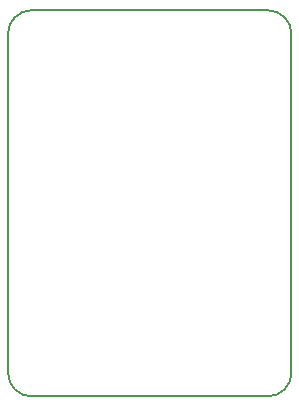
<source format=gbr>
G04 #@! TF.GenerationSoftware,KiCad,Pcbnew,5.1.6-c6e7f7d~86~ubuntu20.04.1*
G04 #@! TF.CreationDate,2020-05-17T01:15:17+03:00*
G04 #@! TF.ProjectId,BRK-SSOP-16-4.4x5.2-P0.65,42524b2d-5353-44f5-902d-31362d342e34,v1.1*
G04 #@! TF.SameCoordinates,Original*
G04 #@! TF.FileFunction,Legend,Bot*
G04 #@! TF.FilePolarity,Positive*
%FSLAX46Y46*%
G04 Gerber Fmt 4.6, Leading zero omitted, Abs format (unit mm)*
G04 Created by KiCad (PCBNEW 5.1.6-c6e7f7d~86~ubuntu20.04.1) date 2020-05-17 01:15:17*
%MOMM*%
%LPD*%
G01*
G04 APERTURE LIST*
G04 #@! TA.AperFunction,Profile*
%ADD10C,0.150000*%
G04 #@! TD*
G04 APERTURE END LIST*
D10*
X53000000Y-80700000D02*
G75*
G02*
X51000000Y-78700000I0J2000000D01*
G01*
X75000000Y-78700000D02*
G75*
G02*
X73000000Y-80700000I-2000000J0D01*
G01*
X73000000Y-48000000D02*
G75*
G02*
X75000000Y-50000000I0J-2000000D01*
G01*
X51000000Y-50000000D02*
G75*
G02*
X53000000Y-48000000I2000000J0D01*
G01*
X73000000Y-80700000D02*
X53000000Y-80700000D01*
X75000000Y-50000000D02*
X75000000Y-78700000D01*
X53000000Y-48000000D02*
X73000000Y-48000000D01*
X51000000Y-78700000D02*
X51000000Y-50000000D01*
M02*

</source>
